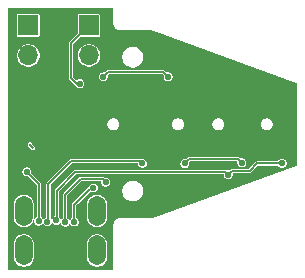
<source format=gbr>
%TF.GenerationSoftware,KiCad,Pcbnew,9.0.2*%
%TF.CreationDate,2025-09-24T14:10:20-04:00*%
%TF.ProjectId,auren-probe,61757265-6e2d-4707-926f-62652e6b6963,v2*%
%TF.SameCoordinates,Original*%
%TF.FileFunction,Copper,L2,Bot*%
%TF.FilePolarity,Positive*%
%FSLAX46Y46*%
G04 Gerber Fmt 4.6, Leading zero omitted, Abs format (unit mm)*
G04 Created by KiCad (PCBNEW 9.0.2) date 2025-09-24 14:10:20*
%MOMM*%
%LPD*%
G01*
G04 APERTURE LIST*
%TA.AperFunction,ComponentPad*%
%ADD10R,1.700000X1.700000*%
%TD*%
%TA.AperFunction,ComponentPad*%
%ADD11O,1.700000X1.700000*%
%TD*%
%TA.AperFunction,ComponentPad*%
%ADD12O,1.500000X2.550000*%
%TD*%
%TA.AperFunction,ViaPad*%
%ADD13C,0.558800*%
%TD*%
%TA.AperFunction,Conductor*%
%ADD14C,0.152400*%
%TD*%
G04 APERTURE END LIST*
D10*
%TO.P,J3,1,Pin_1*%
%TO.N,/SPK1+*%
X94327000Y-46003400D03*
D11*
%TO.P,J3,2,Pin_2*%
%TO.N,/SPK1-*%
X94327000Y-48543400D03*
%TD*%
D10*
%TO.P,J4,1,Pin_1*%
%TO.N,/SPK2+*%
X89204400Y-46000000D03*
D11*
%TO.P,J4,2,Pin_2*%
%TO.N,/SPK2-*%
X89204400Y-48540000D03*
%TD*%
D12*
%TO.P,J1,SH,Pin_20*%
%TO.N,GND*%
X88814000Y-61696400D03*
X88814000Y-65056400D03*
X95014000Y-61696400D03*
X95014000Y-65056400D03*
%TD*%
D13*
%TO.N,VDD*%
X108957400Y-58449400D03*
X93895200Y-62665800D03*
X101868200Y-51083400D03*
X96384400Y-51032600D03*
X105223600Y-57839800D03*
X88510400Y-59211400D03*
%TO.N,/CLK_1*%
X94708000Y-59744800D03*
X101032600Y-50346800D03*
X93082400Y-62640400D03*
X95546200Y-50346800D03*
%TO.N,/DAT_1*%
X95749400Y-59262200D03*
X92320400Y-62665800D03*
%TO.N,/SPK1+*%
X93565000Y-50931000D03*
%TO.N,/CLK_2*%
X106129400Y-58652600D03*
X110684600Y-57662000D03*
X91583800Y-62513400D03*
%TO.N,/DAT_2*%
X90821800Y-62615000D03*
X98860900Y-57674700D03*
%TO.N,/TP_2*%
X89069200Y-58398600D03*
X90085200Y-62564200D03*
%TO.N,Net-(MIC4-DATA)*%
X102455000Y-57687400D03*
X107281000Y-57636600D03*
%TD*%
D14*
%TO.N,/CLK_1*%
X100600800Y-49915000D02*
X95978000Y-49915000D01*
X101032600Y-50346800D02*
X100600800Y-49915000D01*
X94708000Y-59744800D02*
X94631800Y-59821000D01*
X94428600Y-59821000D02*
X93082400Y-61167200D01*
X94631800Y-59821000D02*
X94428600Y-59821000D01*
X93082400Y-61167200D02*
X93082400Y-62640400D01*
X95978000Y-49915000D02*
X95546200Y-50346800D01*
%TO.N,/DAT_1*%
X92304200Y-62419115D02*
X92320400Y-62435315D01*
X95724000Y-59236800D02*
X95495400Y-59008200D01*
X92320400Y-62435315D02*
X92320400Y-62665800D01*
X95724000Y-59287600D02*
X95724000Y-59236800D01*
X95495400Y-59008200D02*
X93631000Y-59008200D01*
X95749400Y-59262200D02*
X95724000Y-59287600D01*
X93631000Y-59008200D02*
X92304200Y-60335000D01*
X92304200Y-60335000D02*
X92304200Y-62419115D01*
%TO.N,/SPK1+*%
X93565000Y-50931000D02*
X93285600Y-50931000D01*
X92828400Y-47502000D02*
X94327000Y-46003400D01*
X92828400Y-50473800D02*
X92828400Y-47502000D01*
X93285600Y-50931000D02*
X92828400Y-50473800D01*
%TO.N,/CLK_2*%
X91604200Y-59985000D02*
X91604200Y-62493000D01*
X106129400Y-58652600D02*
X106485000Y-58297000D01*
X91604200Y-62493000D02*
X91583800Y-62513400D01*
X93190600Y-58398600D02*
X91604200Y-59985000D01*
X106485000Y-58297000D02*
X107966800Y-58297000D01*
X110659200Y-57687400D02*
X110684600Y-57662000D01*
X105875400Y-58398600D02*
X93190600Y-58398600D01*
X108576400Y-57687400D02*
X110659200Y-57687400D01*
X106129400Y-58652600D02*
X105875400Y-58398600D01*
X107966800Y-58297000D02*
X108576400Y-57687400D01*
%TO.N,/DAT_2*%
X92853800Y-57484200D02*
X90904200Y-59433800D01*
X90904200Y-62532600D02*
X90821800Y-62615000D01*
X90904200Y-59433800D02*
X90904200Y-62532600D01*
X98860900Y-57674700D02*
X98670400Y-57484200D01*
X98670400Y-57484200D02*
X92853800Y-57484200D01*
%TO.N,/TP_2*%
X90085200Y-62564200D02*
X90085200Y-59414600D01*
X90085200Y-59414600D02*
X89069200Y-58398600D01*
%TO.N,/TP_1*%
X89323200Y-56110400D02*
X89323200Y-56036400D01*
X89577200Y-56364400D02*
X89323200Y-56110400D01*
%TO.N,Net-(MIC4-DATA)*%
X106950800Y-57306400D02*
X102836000Y-57306400D01*
X107281000Y-57636600D02*
X106950800Y-57306400D01*
X102836000Y-57306400D02*
X102455000Y-57687400D01*
%TD*%
%TA.AperFunction,Conductor*%
%TO.N,VDD*%
G36*
X96369314Y-44525080D02*
G01*
X96383900Y-44560294D01*
X96383900Y-45790092D01*
X96383906Y-45790122D01*
X96383906Y-45851597D01*
X96415772Y-45991219D01*
X96425879Y-46012206D01*
X96427906Y-46016416D01*
X96429977Y-46024143D01*
X96439926Y-46041376D01*
X96440738Y-46043061D01*
X96477903Y-46120238D01*
X96477905Y-46120240D01*
X96505271Y-46154556D01*
X96513251Y-46168378D01*
X96528274Y-46183401D01*
X96530018Y-46185588D01*
X96567190Y-46232201D01*
X96567191Y-46232202D01*
X96567193Y-46232204D01*
X96615997Y-46271124D01*
X96631018Y-46286146D01*
X96644840Y-46294126D01*
X96679156Y-46321492D01*
X96758019Y-46359470D01*
X96775253Y-46369421D01*
X96782980Y-46371491D01*
X96808181Y-46383627D01*
X96947794Y-46415493D01*
X96947795Y-46415494D01*
X96947797Y-46415494D01*
X97019193Y-46415494D01*
X99573249Y-46415494D01*
X99576137Y-46415578D01*
X99582178Y-46415928D01*
X99645309Y-46419597D01*
X99651017Y-46420262D01*
X99717843Y-46432019D01*
X99723462Y-46433347D01*
X99789901Y-46453193D01*
X99792657Y-46454106D01*
X99815855Y-46462547D01*
X99816040Y-46462594D01*
X111895895Y-50848433D01*
X111924017Y-50874161D01*
X111928700Y-50895243D01*
X111928700Y-57824755D01*
X111914114Y-57859969D01*
X111895895Y-57871565D01*
X99792593Y-62265916D01*
X99789847Y-62266824D01*
X99723463Y-62286647D01*
X99717840Y-62287976D01*
X99651035Y-62299725D01*
X99645297Y-62300394D01*
X99575962Y-62304422D01*
X99573074Y-62304506D01*
X97040032Y-62304506D01*
X97040018Y-62304500D01*
X97019398Y-62304500D01*
X96947794Y-62304500D01*
X96947792Y-62304500D01*
X96808180Y-62336366D01*
X96808174Y-62336369D01*
X96787126Y-62346502D01*
X96787127Y-62346503D01*
X96782912Y-62348532D01*
X96775253Y-62350585D01*
X96758165Y-62360450D01*
X96756464Y-62361270D01*
X96679149Y-62398504D01*
X96647695Y-62423586D01*
X96647696Y-62423587D01*
X96644771Y-62425919D01*
X96631020Y-62433859D01*
X96616064Y-62448814D01*
X96613880Y-62450557D01*
X96613878Y-62450557D01*
X96613878Y-62450558D01*
X96567188Y-62487792D01*
X96567187Y-62487793D01*
X96529951Y-62534485D01*
X96528199Y-62536681D01*
X96513255Y-62551626D01*
X96505320Y-62565369D01*
X96502988Y-62568294D01*
X96502986Y-62568298D01*
X96477898Y-62599760D01*
X96440666Y-62677074D01*
X96440666Y-62677075D01*
X96439851Y-62678766D01*
X96429982Y-62695861D01*
X96427929Y-62703520D01*
X96425902Y-62707731D01*
X96415766Y-62728780D01*
X96415765Y-62728783D01*
X96415765Y-62728784D01*
X96396532Y-62813057D01*
X96383900Y-62868403D01*
X96383900Y-66699706D01*
X96369314Y-66734920D01*
X96334100Y-66749506D01*
X87544700Y-66749506D01*
X87509486Y-66734920D01*
X87494900Y-66699706D01*
X87494900Y-64447472D01*
X87961900Y-64447472D01*
X87961900Y-65665327D01*
X87994643Y-65829938D01*
X87994645Y-65829944D01*
X87994646Y-65829948D01*
X87994648Y-65829952D01*
X88058877Y-65985017D01*
X88058878Y-65985019D01*
X88152127Y-66124578D01*
X88270821Y-66243272D01*
X88354327Y-66299068D01*
X88410379Y-66336521D01*
X88565452Y-66400754D01*
X88565459Y-66400755D01*
X88565461Y-66400756D01*
X88621787Y-66411960D01*
X88730075Y-66433500D01*
X88730080Y-66433500D01*
X88897920Y-66433500D01*
X88897925Y-66433500D01*
X89062548Y-66400754D01*
X89217621Y-66336521D01*
X89357182Y-66243269D01*
X89475869Y-66124582D01*
X89569121Y-65985021D01*
X89633354Y-65829948D01*
X89666100Y-65665325D01*
X89666100Y-64447475D01*
X89666099Y-64447472D01*
X94161900Y-64447472D01*
X94161900Y-65665327D01*
X94194643Y-65829938D01*
X94194645Y-65829944D01*
X94194646Y-65829948D01*
X94194648Y-65829952D01*
X94258877Y-65985017D01*
X94258878Y-65985019D01*
X94352127Y-66124578D01*
X94470821Y-66243272D01*
X94554327Y-66299068D01*
X94610379Y-66336521D01*
X94765452Y-66400754D01*
X94765459Y-66400755D01*
X94765461Y-66400756D01*
X94821787Y-66411960D01*
X94930075Y-66433500D01*
X94930080Y-66433500D01*
X95097920Y-66433500D01*
X95097925Y-66433500D01*
X95262548Y-66400754D01*
X95417621Y-66336521D01*
X95557182Y-66243269D01*
X95675869Y-66124582D01*
X95769121Y-65985021D01*
X95833354Y-65829948D01*
X95866100Y-65665325D01*
X95866100Y-64447475D01*
X95833354Y-64282852D01*
X95769121Y-64127779D01*
X95731668Y-64071727D01*
X95675872Y-63988221D01*
X95557178Y-63869527D01*
X95445835Y-63795131D01*
X95417621Y-63776279D01*
X95417619Y-63776278D01*
X95417617Y-63776277D01*
X95340084Y-63744162D01*
X95262548Y-63712046D01*
X95262544Y-63712045D01*
X95262538Y-63712043D01*
X95097927Y-63679300D01*
X95097925Y-63679300D01*
X94930075Y-63679300D01*
X94930072Y-63679300D01*
X94765461Y-63712043D01*
X94765453Y-63712045D01*
X94765452Y-63712046D01*
X94765448Y-63712047D01*
X94765447Y-63712048D01*
X94610382Y-63776277D01*
X94610380Y-63776278D01*
X94470821Y-63869527D01*
X94470819Y-63869530D01*
X94352130Y-63988219D01*
X94352127Y-63988221D01*
X94258878Y-64127780D01*
X94258877Y-64127782D01*
X94194648Y-64282847D01*
X94194643Y-64282861D01*
X94161900Y-64447472D01*
X89666099Y-64447472D01*
X89633354Y-64282852D01*
X89569121Y-64127779D01*
X89531668Y-64071727D01*
X89475872Y-63988221D01*
X89357178Y-63869527D01*
X89245835Y-63795131D01*
X89217621Y-63776279D01*
X89217619Y-63776278D01*
X89217617Y-63776277D01*
X89140084Y-63744162D01*
X89062548Y-63712046D01*
X89062544Y-63712045D01*
X89062538Y-63712043D01*
X88897927Y-63679300D01*
X88897925Y-63679300D01*
X88730075Y-63679300D01*
X88730072Y-63679300D01*
X88565461Y-63712043D01*
X88565453Y-63712045D01*
X88565452Y-63712046D01*
X88565448Y-63712047D01*
X88565447Y-63712048D01*
X88410382Y-63776277D01*
X88410380Y-63776278D01*
X88270821Y-63869527D01*
X88270819Y-63869530D01*
X88152130Y-63988219D01*
X88152127Y-63988221D01*
X88058878Y-64127780D01*
X88058877Y-64127782D01*
X87994648Y-64282847D01*
X87994643Y-64282861D01*
X87961900Y-64447472D01*
X87494900Y-64447472D01*
X87494900Y-61087472D01*
X87961900Y-61087472D01*
X87961900Y-62305327D01*
X87994643Y-62469938D01*
X87994645Y-62469944D01*
X87994646Y-62469948D01*
X88014488Y-62517851D01*
X88058877Y-62625017D01*
X88058878Y-62625019D01*
X88152127Y-62764578D01*
X88270821Y-62883272D01*
X88354327Y-62939068D01*
X88410379Y-62976521D01*
X88565452Y-63040754D01*
X88565459Y-63040755D01*
X88565461Y-63040756D01*
X88621787Y-63051960D01*
X88730075Y-63073500D01*
X88730080Y-63073500D01*
X88897920Y-63073500D01*
X88897925Y-63073500D01*
X89062548Y-63040754D01*
X89217621Y-62976521D01*
X89357182Y-62883269D01*
X89475869Y-62764582D01*
X89569121Y-62625021D01*
X89607891Y-62531420D01*
X89634842Y-62504469D01*
X89672957Y-62504469D01*
X89699909Y-62531420D01*
X89703700Y-62550478D01*
X89703700Y-62614426D01*
X89729697Y-62711449D01*
X89729698Y-62711451D01*
X89729699Y-62711454D01*
X89744245Y-62736648D01*
X89774693Y-62789388D01*
X89779924Y-62798447D01*
X89850953Y-62869476D01*
X89937946Y-62919701D01*
X90034975Y-62945700D01*
X90135425Y-62945700D01*
X90232454Y-62919701D01*
X90319447Y-62869476D01*
X90390476Y-62798447D01*
X90395707Y-62789386D01*
X90425942Y-62766183D01*
X90463732Y-62771155D01*
X90481963Y-62789385D01*
X90505924Y-62830888D01*
X90516524Y-62849247D01*
X90587553Y-62920276D01*
X90674546Y-62970501D01*
X90771575Y-62996500D01*
X90872025Y-62996500D01*
X90969054Y-62970501D01*
X91056047Y-62920276D01*
X91127076Y-62849247D01*
X91177301Y-62762254D01*
X91180943Y-62748660D01*
X91204145Y-62718421D01*
X91241934Y-62713446D01*
X91272173Y-62736647D01*
X91278524Y-62747647D01*
X91349553Y-62818676D01*
X91436546Y-62868901D01*
X91533575Y-62894900D01*
X91634025Y-62894900D01*
X91731054Y-62868901D01*
X91818047Y-62818676D01*
X91874062Y-62762660D01*
X91909275Y-62748075D01*
X91944489Y-62762661D01*
X91957377Y-62784984D01*
X91964899Y-62813054D01*
X91975196Y-62830889D01*
X92015122Y-62900045D01*
X92015124Y-62900047D01*
X92086153Y-62971076D01*
X92173146Y-63021301D01*
X92270175Y-63047300D01*
X92370625Y-63047300D01*
X92467654Y-63021301D01*
X92554647Y-62971076D01*
X92625676Y-62900047D01*
X92665604Y-62830888D01*
X92695842Y-62807685D01*
X92733631Y-62812660D01*
X92751860Y-62830888D01*
X92774138Y-62869476D01*
X92777124Y-62874647D01*
X92848153Y-62945676D01*
X92935146Y-62995901D01*
X93032175Y-63021900D01*
X93132625Y-63021900D01*
X93229654Y-62995901D01*
X93316647Y-62945676D01*
X93387676Y-62874647D01*
X93437901Y-62787654D01*
X93463900Y-62690625D01*
X93463900Y-62590175D01*
X93437901Y-62493146D01*
X93387676Y-62406153D01*
X93316647Y-62335124D01*
X93285599Y-62317198D01*
X93262397Y-62286958D01*
X93260700Y-62274070D01*
X93260700Y-61261681D01*
X93275285Y-61226468D01*
X93414281Y-61087472D01*
X94161900Y-61087472D01*
X94161900Y-62305327D01*
X94194643Y-62469938D01*
X94194645Y-62469944D01*
X94194646Y-62469948D01*
X94214488Y-62517851D01*
X94258877Y-62625017D01*
X94258878Y-62625019D01*
X94352127Y-62764578D01*
X94470821Y-62883272D01*
X94554327Y-62939068D01*
X94610379Y-62976521D01*
X94765452Y-63040754D01*
X94765459Y-63040755D01*
X94765461Y-63040756D01*
X94821787Y-63051960D01*
X94930075Y-63073500D01*
X94930080Y-63073500D01*
X95097920Y-63073500D01*
X95097925Y-63073500D01*
X95262548Y-63040754D01*
X95417621Y-62976521D01*
X95557182Y-62883269D01*
X95675869Y-62764582D01*
X95769121Y-62625021D01*
X95833354Y-62469948D01*
X95866100Y-62305325D01*
X95866100Y-61087475D01*
X95833354Y-60922852D01*
X95769121Y-60767779D01*
X95727499Y-60705488D01*
X95675872Y-60628221D01*
X95557178Y-60509527D01*
X95445835Y-60435131D01*
X95417621Y-60416279D01*
X95417619Y-60416278D01*
X95417617Y-60416277D01*
X95340084Y-60384162D01*
X95262548Y-60352046D01*
X95262544Y-60352045D01*
X95262538Y-60352043D01*
X95097927Y-60319300D01*
X95097925Y-60319300D01*
X94930075Y-60319300D01*
X94930072Y-60319300D01*
X94765461Y-60352043D01*
X94765453Y-60352045D01*
X94765452Y-60352046D01*
X94765448Y-60352047D01*
X94765447Y-60352048D01*
X94610382Y-60416277D01*
X94610380Y-60416278D01*
X94470821Y-60509527D01*
X94470819Y-60509530D01*
X94352130Y-60628219D01*
X94352127Y-60628221D01*
X94258878Y-60767780D01*
X94258877Y-60767782D01*
X94194648Y-60922847D01*
X94194643Y-60922861D01*
X94161900Y-61087472D01*
X93414281Y-61087472D01*
X94432737Y-60069015D01*
X94467950Y-60054430D01*
X94492850Y-60061102D01*
X94506558Y-60069016D01*
X94560746Y-60100301D01*
X94657775Y-60126300D01*
X94758225Y-60126300D01*
X94855254Y-60100301D01*
X94942247Y-60050076D01*
X95013276Y-59979047D01*
X95037084Y-59937810D01*
X97158300Y-59937810D01*
X97158300Y-60110589D01*
X97192003Y-60280031D01*
X97192006Y-60280041D01*
X97258123Y-60439662D01*
X97354108Y-60583315D01*
X97476284Y-60705491D01*
X97562241Y-60762924D01*
X97619937Y-60801476D01*
X97779559Y-60867594D01*
X97779565Y-60867595D01*
X97779568Y-60867596D01*
X97837555Y-60879130D01*
X97949013Y-60901300D01*
X97949017Y-60901300D01*
X98121783Y-60901300D01*
X98121787Y-60901300D01*
X98291241Y-60867594D01*
X98450863Y-60801476D01*
X98594519Y-60705488D01*
X98716688Y-60583319D01*
X98812676Y-60439663D01*
X98878794Y-60280041D01*
X98912500Y-60110587D01*
X98912500Y-59937813D01*
X98878794Y-59768359D01*
X98812676Y-59608737D01*
X98805196Y-59597542D01*
X98716691Y-59465084D01*
X98594515Y-59342908D01*
X98475588Y-59263445D01*
X98450863Y-59246924D01*
X98450861Y-59246923D01*
X98450862Y-59246923D01*
X98291241Y-59180806D01*
X98291231Y-59180803D01*
X98121789Y-59147100D01*
X98121787Y-59147100D01*
X97949013Y-59147100D01*
X97949010Y-59147100D01*
X97779568Y-59180803D01*
X97779558Y-59180806D01*
X97619937Y-59246923D01*
X97476284Y-59342908D01*
X97476282Y-59342911D01*
X97354111Y-59465082D01*
X97354108Y-59465084D01*
X97258123Y-59608737D01*
X97192006Y-59768358D01*
X97192003Y-59768368D01*
X97158300Y-59937810D01*
X95037084Y-59937810D01*
X95063501Y-59892054D01*
X95089500Y-59795025D01*
X95089500Y-59694575D01*
X95063501Y-59597546D01*
X95013276Y-59510553D01*
X94942247Y-59439524D01*
X94942246Y-59439523D01*
X94855257Y-59389301D01*
X94855254Y-59389299D01*
X94855251Y-59389298D01*
X94855249Y-59389297D01*
X94758226Y-59363300D01*
X94758225Y-59363300D01*
X94657775Y-59363300D01*
X94657773Y-59363300D01*
X94560750Y-59389297D01*
X94560742Y-59389301D01*
X94473753Y-59439523D01*
X94402723Y-59510553D01*
X94352501Y-59597542D01*
X94352498Y-59597549D01*
X94338601Y-59649410D01*
X94325712Y-59671734D01*
X92931245Y-61066200D01*
X92904100Y-61131733D01*
X92904100Y-62274070D01*
X92889514Y-62309284D01*
X92879201Y-62317198D01*
X92848152Y-62335124D01*
X92777123Y-62406153D01*
X92737195Y-62475311D01*
X92706956Y-62498514D01*
X92669167Y-62493539D01*
X92650939Y-62475310D01*
X92625677Y-62431554D01*
X92554646Y-62360523D01*
X92507400Y-62333245D01*
X92484197Y-62303006D01*
X92482500Y-62290117D01*
X92482500Y-60429482D01*
X92497086Y-60394268D01*
X93690269Y-59201086D01*
X93725483Y-59186500D01*
X95318100Y-59186500D01*
X95353314Y-59201086D01*
X95367900Y-59236300D01*
X95367900Y-59312426D01*
X95393897Y-59409449D01*
X95393901Y-59409457D01*
X95426015Y-59465082D01*
X95444124Y-59496447D01*
X95515153Y-59567476D01*
X95602146Y-59617701D01*
X95699175Y-59643700D01*
X95799625Y-59643700D01*
X95896654Y-59617701D01*
X95983647Y-59567476D01*
X96054676Y-59496447D01*
X96104901Y-59409454D01*
X96130900Y-59312425D01*
X96130900Y-59211975D01*
X96104901Y-59114946D01*
X96054676Y-59027953D01*
X95983647Y-58956924D01*
X95983646Y-58956923D01*
X95896657Y-58906701D01*
X95896654Y-58906699D01*
X95896651Y-58906698D01*
X95896649Y-58906697D01*
X95799626Y-58880700D01*
X95799625Y-58880700D01*
X95699175Y-58880700D01*
X95699171Y-58880700D01*
X95664545Y-58889978D01*
X95626756Y-58885003D01*
X95616443Y-58877089D01*
X95596399Y-58857045D01*
X95596394Y-58857043D01*
X95530866Y-58829900D01*
X93595534Y-58829900D01*
X93576340Y-58837850D01*
X93530001Y-58857043D01*
X92203201Y-60183845D01*
X92153045Y-60234000D01*
X92125900Y-60299533D01*
X92125900Y-62308823D01*
X92111314Y-62344037D01*
X92101002Y-62351950D01*
X92086153Y-62360523D01*
X92030138Y-62416538D01*
X91994924Y-62431124D01*
X91959710Y-62416538D01*
X91946822Y-62394214D01*
X91939301Y-62366146D01*
X91889076Y-62279153D01*
X91818047Y-62208124D01*
X91818046Y-62208123D01*
X91807398Y-62201975D01*
X91784196Y-62171735D01*
X91782500Y-62158848D01*
X91782500Y-60079482D01*
X91797086Y-60044268D01*
X93249868Y-58591486D01*
X93285082Y-58576900D01*
X105698100Y-58576900D01*
X105733314Y-58591486D01*
X105747900Y-58626700D01*
X105747900Y-58702826D01*
X105773897Y-58799849D01*
X105773898Y-58799851D01*
X105773899Y-58799854D01*
X105824124Y-58886847D01*
X105895153Y-58957876D01*
X105982146Y-59008101D01*
X106079175Y-59034100D01*
X106179625Y-59034100D01*
X106276654Y-59008101D01*
X106363647Y-58957876D01*
X106434676Y-58886847D01*
X106484901Y-58799854D01*
X106510900Y-58702825D01*
X106510900Y-58602375D01*
X106501621Y-58567746D01*
X106502499Y-58561074D01*
X106499924Y-58554856D01*
X106504899Y-58542845D01*
X106506596Y-58529958D01*
X106514511Y-58519642D01*
X106544269Y-58489885D01*
X106551628Y-58486837D01*
X106579482Y-58475300D01*
X108002264Y-58475300D01*
X108002266Y-58475300D01*
X108067799Y-58448155D01*
X108635669Y-57880286D01*
X108670883Y-57865700D01*
X110332936Y-57865700D01*
X110368150Y-57880286D01*
X110376064Y-57890601D01*
X110379324Y-57896247D01*
X110450353Y-57967276D01*
X110537346Y-58017501D01*
X110634375Y-58043500D01*
X110734825Y-58043500D01*
X110831854Y-58017501D01*
X110918847Y-57967276D01*
X110989876Y-57896247D01*
X111040101Y-57809254D01*
X111066100Y-57712225D01*
X111066100Y-57611775D01*
X111040101Y-57514746D01*
X110989876Y-57427753D01*
X110918847Y-57356724D01*
X110918846Y-57356723D01*
X110849826Y-57316875D01*
X110831854Y-57306499D01*
X110831851Y-57306498D01*
X110831849Y-57306497D01*
X110734826Y-57280500D01*
X110734825Y-57280500D01*
X110634375Y-57280500D01*
X110634373Y-57280500D01*
X110537350Y-57306497D01*
X110537342Y-57306501D01*
X110450353Y-57356723D01*
X110379323Y-57427753D01*
X110346735Y-57484200D01*
X110316497Y-57507403D01*
X110303607Y-57509100D01*
X108540934Y-57509100D01*
X108527304Y-57514746D01*
X108527303Y-57514746D01*
X108475401Y-57536243D01*
X107907532Y-58104114D01*
X107872318Y-58118700D01*
X106520465Y-58118700D01*
X106449534Y-58118700D01*
X106416767Y-58132272D01*
X106384000Y-58145845D01*
X106262355Y-58267489D01*
X106227141Y-58282075D01*
X106214252Y-58280378D01*
X106179626Y-58271100D01*
X106179625Y-58271100D01*
X106079175Y-58271100D01*
X106079171Y-58271100D01*
X106044545Y-58280378D01*
X106006756Y-58275403D01*
X105996443Y-58267489D01*
X105976399Y-58247445D01*
X105910866Y-58220300D01*
X93226065Y-58220300D01*
X93155134Y-58220300D01*
X93122367Y-58233872D01*
X93089600Y-58247445D01*
X91453045Y-59884000D01*
X91425900Y-59949533D01*
X91425900Y-62135292D01*
X91411314Y-62170506D01*
X91401001Y-62178420D01*
X91349552Y-62208124D01*
X91278523Y-62279153D01*
X91228301Y-62366142D01*
X91228296Y-62366152D01*
X91224655Y-62379742D01*
X91201451Y-62409979D01*
X91163661Y-62414952D01*
X91138844Y-62399378D01*
X91135774Y-62395820D01*
X91127076Y-62380753D01*
X91095790Y-62349467D01*
X91094591Y-62348077D01*
X91089144Y-62331590D01*
X91082500Y-62315549D01*
X91082500Y-59528282D01*
X91097086Y-59493068D01*
X92913069Y-57677086D01*
X92948283Y-57662500D01*
X98429600Y-57662500D01*
X98464814Y-57677086D01*
X98479400Y-57712300D01*
X98479400Y-57724926D01*
X98505397Y-57821949D01*
X98505398Y-57821951D01*
X98505399Y-57821954D01*
X98512731Y-57834654D01*
X98548291Y-57896247D01*
X98555624Y-57908947D01*
X98626653Y-57979976D01*
X98713646Y-58030201D01*
X98810675Y-58056200D01*
X98911125Y-58056200D01*
X99008154Y-58030201D01*
X99095147Y-57979976D01*
X99166176Y-57908947D01*
X99216401Y-57821954D01*
X99242400Y-57724925D01*
X99242400Y-57637173D01*
X102073500Y-57637173D01*
X102073500Y-57737626D01*
X102099497Y-57834649D01*
X102099498Y-57834651D01*
X102099499Y-57834654D01*
X102114150Y-57860030D01*
X102142391Y-57908947D01*
X102149724Y-57921647D01*
X102220753Y-57992676D01*
X102307746Y-58042901D01*
X102404775Y-58068900D01*
X102505225Y-58068900D01*
X102602254Y-58042901D01*
X102689247Y-57992676D01*
X102760276Y-57921647D01*
X102810501Y-57834654D01*
X102836500Y-57737625D01*
X102836500Y-57637175D01*
X102836499Y-57637173D01*
X102827221Y-57602547D01*
X102828099Y-57595874D01*
X102825524Y-57589657D01*
X102830499Y-57577645D01*
X102832196Y-57564758D01*
X102840110Y-57554443D01*
X102867104Y-57527450D01*
X102895268Y-57499286D01*
X102930482Y-57484700D01*
X106856318Y-57484700D01*
X106891532Y-57499286D01*
X106895889Y-57503643D01*
X106910475Y-57538857D01*
X106908778Y-57551745D01*
X106899500Y-57586371D01*
X106899500Y-57686826D01*
X106925497Y-57783849D01*
X106925501Y-57783857D01*
X106969753Y-57860506D01*
X106975724Y-57870847D01*
X107046753Y-57941876D01*
X107133746Y-57992101D01*
X107230775Y-58018100D01*
X107331225Y-58018100D01*
X107428254Y-57992101D01*
X107515247Y-57941876D01*
X107586276Y-57870847D01*
X107636501Y-57783854D01*
X107662500Y-57686825D01*
X107662500Y-57586375D01*
X107636501Y-57489346D01*
X107586276Y-57402353D01*
X107515247Y-57331324D01*
X107515246Y-57331323D01*
X107428257Y-57281101D01*
X107428254Y-57281099D01*
X107428251Y-57281098D01*
X107428249Y-57281097D01*
X107331226Y-57255100D01*
X107331225Y-57255100D01*
X107230775Y-57255100D01*
X107230771Y-57255100D01*
X107196145Y-57264378D01*
X107158356Y-57259403D01*
X107148043Y-57251489D01*
X107051799Y-57155245D01*
X106986266Y-57128100D01*
X102871465Y-57128100D01*
X102800534Y-57128100D01*
X102767767Y-57141672D01*
X102735000Y-57155245D01*
X102587955Y-57302289D01*
X102552741Y-57316875D01*
X102539852Y-57315178D01*
X102505226Y-57305900D01*
X102505225Y-57305900D01*
X102404775Y-57305900D01*
X102404773Y-57305900D01*
X102307750Y-57331897D01*
X102307742Y-57331901D01*
X102220753Y-57382123D01*
X102149723Y-57453153D01*
X102099501Y-57540142D01*
X102099497Y-57540150D01*
X102073500Y-57637173D01*
X99242400Y-57637173D01*
X99242400Y-57624475D01*
X99216401Y-57527446D01*
X99166176Y-57440453D01*
X99095147Y-57369424D01*
X99095146Y-57369423D01*
X99029155Y-57331324D01*
X99008154Y-57319199D01*
X99008151Y-57319198D01*
X99008149Y-57319197D01*
X98911126Y-57293200D01*
X98911125Y-57293200D01*
X98810675Y-57293200D01*
X98810673Y-57293200D01*
X98744745Y-57310865D01*
X98712800Y-57308772D01*
X98705866Y-57305900D01*
X92818334Y-57305900D01*
X92799140Y-57313850D01*
X92752801Y-57333043D01*
X90803201Y-59282645D01*
X90753045Y-59332800D01*
X90725900Y-59398333D01*
X90725900Y-62207525D01*
X90711314Y-62242739D01*
X90688992Y-62255627D01*
X90674553Y-62259496D01*
X90674542Y-62259501D01*
X90587553Y-62309723D01*
X90516522Y-62380754D01*
X90511291Y-62389815D01*
X90481052Y-62413017D01*
X90443263Y-62408041D01*
X90425036Y-62389814D01*
X90420784Y-62382450D01*
X90390476Y-62329953D01*
X90319447Y-62258924D01*
X90288399Y-62240998D01*
X90265197Y-62210758D01*
X90263500Y-62197870D01*
X90263500Y-59379135D01*
X90263500Y-59379134D01*
X90236355Y-59313601D01*
X90186199Y-59263445D01*
X89454310Y-58531556D01*
X89439724Y-58496342D01*
X89441421Y-58483452D01*
X89443606Y-58475300D01*
X89450700Y-58448825D01*
X89450700Y-58348375D01*
X89424701Y-58251346D01*
X89374476Y-58164353D01*
X89303447Y-58093324D01*
X89303446Y-58093323D01*
X89239144Y-58056199D01*
X89216454Y-58043099D01*
X89216451Y-58043098D01*
X89216449Y-58043097D01*
X89119426Y-58017100D01*
X89119425Y-58017100D01*
X89018975Y-58017100D01*
X89018973Y-58017100D01*
X88921950Y-58043097D01*
X88921942Y-58043101D01*
X88834953Y-58093323D01*
X88763923Y-58164353D01*
X88713701Y-58251342D01*
X88713697Y-58251350D01*
X88687700Y-58348373D01*
X88687700Y-58448826D01*
X88713697Y-58545849D01*
X88713701Y-58545857D01*
X88746330Y-58602374D01*
X88763924Y-58632847D01*
X88834953Y-58703876D01*
X88921946Y-58754101D01*
X89018975Y-58780100D01*
X89119425Y-58780100D01*
X89154052Y-58770821D01*
X89191841Y-58775795D01*
X89202156Y-58783710D01*
X89892314Y-59473868D01*
X89906900Y-59509082D01*
X89906900Y-62197870D01*
X89892314Y-62233084D01*
X89882001Y-62240998D01*
X89850952Y-62258924D01*
X89779923Y-62329953D01*
X89749615Y-62382450D01*
X89719376Y-62405653D01*
X89681587Y-62400678D01*
X89658384Y-62370439D01*
X89657644Y-62347834D01*
X89657909Y-62346502D01*
X89666100Y-62305325D01*
X89666100Y-61087475D01*
X89633354Y-60922852D01*
X89569121Y-60767779D01*
X89527499Y-60705488D01*
X89475872Y-60628221D01*
X89357178Y-60509527D01*
X89245835Y-60435131D01*
X89217621Y-60416279D01*
X89217619Y-60416278D01*
X89217617Y-60416277D01*
X89140084Y-60384162D01*
X89062548Y-60352046D01*
X89062544Y-60352045D01*
X89062538Y-60352043D01*
X88897927Y-60319300D01*
X88897925Y-60319300D01*
X88730075Y-60319300D01*
X88730072Y-60319300D01*
X88565461Y-60352043D01*
X88565453Y-60352045D01*
X88565452Y-60352046D01*
X88565448Y-60352047D01*
X88565447Y-60352048D01*
X88410382Y-60416277D01*
X88410380Y-60416278D01*
X88270821Y-60509527D01*
X88270819Y-60509530D01*
X88152130Y-60628219D01*
X88152127Y-60628221D01*
X88058878Y-60767780D01*
X88058877Y-60767782D01*
X87994648Y-60922847D01*
X87994643Y-60922861D01*
X87961900Y-61087472D01*
X87494900Y-61087472D01*
X87494900Y-56000934D01*
X89144900Y-56000934D01*
X89144900Y-56074934D01*
X89144900Y-56145866D01*
X89172045Y-56211399D01*
X89476201Y-56515555D01*
X89541734Y-56542700D01*
X89541736Y-56542700D01*
X89612663Y-56542700D01*
X89612665Y-56542700D01*
X89678199Y-56515555D01*
X89728355Y-56465399D01*
X89755500Y-56399865D01*
X89755500Y-56328934D01*
X89728355Y-56263401D01*
X89516086Y-56051132D01*
X89501500Y-56015918D01*
X89501500Y-56000935D01*
X89501500Y-56000934D01*
X89474355Y-55935401D01*
X89424199Y-55885245D01*
X89358666Y-55858100D01*
X89287734Y-55858100D01*
X89254967Y-55871672D01*
X89222200Y-55885245D01*
X89172045Y-55935400D01*
X89172045Y-55935401D01*
X89144900Y-56000934D01*
X87494900Y-56000934D01*
X87494900Y-54293895D01*
X95887300Y-54293895D01*
X95887300Y-54426104D01*
X95921515Y-54553799D01*
X95921516Y-54553801D01*
X95921517Y-54553804D01*
X95987620Y-54668297D01*
X96081103Y-54761780D01*
X96195596Y-54827883D01*
X96323297Y-54862100D01*
X96455503Y-54862100D01*
X96583204Y-54827883D01*
X96697697Y-54761780D01*
X96791180Y-54668297D01*
X96857283Y-54553804D01*
X96891500Y-54426103D01*
X96891500Y-54293897D01*
X96891499Y-54293895D01*
X101373700Y-54293895D01*
X101373700Y-54426104D01*
X101407915Y-54553799D01*
X101407916Y-54553801D01*
X101407917Y-54553804D01*
X101474020Y-54668297D01*
X101567503Y-54761780D01*
X101681996Y-54827883D01*
X101809697Y-54862100D01*
X101941903Y-54862100D01*
X102069604Y-54827883D01*
X102184097Y-54761780D01*
X102277580Y-54668297D01*
X102343683Y-54553804D01*
X102377900Y-54426103D01*
X102377900Y-54293897D01*
X102377899Y-54293895D01*
X104777300Y-54293895D01*
X104777300Y-54426104D01*
X104811515Y-54553799D01*
X104811516Y-54553801D01*
X104811517Y-54553804D01*
X104877620Y-54668297D01*
X104971103Y-54761780D01*
X105085596Y-54827883D01*
X105213297Y-54862100D01*
X105345503Y-54862100D01*
X105473204Y-54827883D01*
X105587697Y-54761780D01*
X105681180Y-54668297D01*
X105747283Y-54553804D01*
X105781500Y-54426103D01*
X105781500Y-54293897D01*
X105781499Y-54293895D01*
X108892100Y-54293895D01*
X108892100Y-54426104D01*
X108926315Y-54553799D01*
X108926316Y-54553801D01*
X108926317Y-54553804D01*
X108992420Y-54668297D01*
X109085903Y-54761780D01*
X109200396Y-54827883D01*
X109328097Y-54862100D01*
X109460303Y-54862100D01*
X109588004Y-54827883D01*
X109702497Y-54761780D01*
X109795980Y-54668297D01*
X109862083Y-54553804D01*
X109896300Y-54426103D01*
X109896300Y-54293897D01*
X109862083Y-54166196D01*
X109795980Y-54051703D01*
X109702497Y-53958220D01*
X109702496Y-53958219D01*
X109588007Y-53892119D01*
X109588004Y-53892117D01*
X109588001Y-53892116D01*
X109587999Y-53892115D01*
X109460304Y-53857900D01*
X109460303Y-53857900D01*
X109328097Y-53857900D01*
X109328095Y-53857900D01*
X109200400Y-53892115D01*
X109200392Y-53892119D01*
X109085903Y-53958219D01*
X108992419Y-54051703D01*
X108926319Y-54166192D01*
X108926315Y-54166200D01*
X108892100Y-54293895D01*
X105781499Y-54293895D01*
X105747283Y-54166196D01*
X105681180Y-54051703D01*
X105587697Y-53958220D01*
X105587696Y-53958219D01*
X105473207Y-53892119D01*
X105473204Y-53892117D01*
X105473201Y-53892116D01*
X105473199Y-53892115D01*
X105345504Y-53857900D01*
X105345503Y-53857900D01*
X105213297Y-53857900D01*
X105213295Y-53857900D01*
X105085600Y-53892115D01*
X105085592Y-53892119D01*
X104971103Y-53958219D01*
X104877619Y-54051703D01*
X104811519Y-54166192D01*
X104811515Y-54166200D01*
X104777300Y-54293895D01*
X102377899Y-54293895D01*
X102343683Y-54166196D01*
X102277580Y-54051703D01*
X102184097Y-53958220D01*
X102184096Y-53958219D01*
X102069607Y-53892119D01*
X102069604Y-53892117D01*
X102069601Y-53892116D01*
X102069599Y-53892115D01*
X101941904Y-53857900D01*
X101941903Y-53857900D01*
X101809697Y-53857900D01*
X101809695Y-53857900D01*
X101682000Y-53892115D01*
X101681992Y-53892119D01*
X101567503Y-53958219D01*
X101474019Y-54051703D01*
X101407919Y-54166192D01*
X101407915Y-54166200D01*
X101373700Y-54293895D01*
X96891499Y-54293895D01*
X96857283Y-54166196D01*
X96791180Y-54051703D01*
X96697697Y-53958220D01*
X96697696Y-53958219D01*
X96583207Y-53892119D01*
X96583204Y-53892117D01*
X96583201Y-53892116D01*
X96583199Y-53892115D01*
X96455504Y-53857900D01*
X96455503Y-53857900D01*
X96323297Y-53857900D01*
X96323295Y-53857900D01*
X96195600Y-53892115D01*
X96195592Y-53892119D01*
X96081103Y-53958219D01*
X95987619Y-54051703D01*
X95921519Y-54166192D01*
X95921515Y-54166200D01*
X95887300Y-54293895D01*
X87494900Y-54293895D01*
X87494900Y-48446223D01*
X88252300Y-48446223D01*
X88252300Y-48633776D01*
X88288885Y-48817707D01*
X88288888Y-48817717D01*
X88360659Y-48990988D01*
X88464851Y-49146924D01*
X88597475Y-49279548D01*
X88690782Y-49341892D01*
X88753411Y-49383740D01*
X88926683Y-49455512D01*
X88926689Y-49455513D01*
X88926692Y-49455514D01*
X88989638Y-49468034D01*
X89110626Y-49492100D01*
X89110630Y-49492100D01*
X89298170Y-49492100D01*
X89298174Y-49492100D01*
X89482117Y-49455512D01*
X89655389Y-49383740D01*
X89811328Y-49279545D01*
X89943945Y-49146928D01*
X90048140Y-48990989D01*
X90119912Y-48817717D01*
X90156500Y-48633774D01*
X90156500Y-48446226D01*
X90119912Y-48262283D01*
X90048140Y-48089011D01*
X89943948Y-47933075D01*
X89811324Y-47800451D01*
X89660476Y-47699659D01*
X89655389Y-47696260D01*
X89655387Y-47696259D01*
X89655388Y-47696259D01*
X89482117Y-47624488D01*
X89482107Y-47624485D01*
X89298176Y-47587900D01*
X89298174Y-47587900D01*
X89110626Y-47587900D01*
X89110623Y-47587900D01*
X88926692Y-47624485D01*
X88926682Y-47624488D01*
X88753411Y-47696259D01*
X88597475Y-47800451D01*
X88597473Y-47800454D01*
X88464854Y-47933073D01*
X88464851Y-47933075D01*
X88360659Y-48089011D01*
X88288888Y-48262282D01*
X88288885Y-48262292D01*
X88252300Y-48446223D01*
X87494900Y-48446223D01*
X87494900Y-47466534D01*
X92650100Y-47466534D01*
X92650100Y-50438334D01*
X92650100Y-50509266D01*
X92677245Y-50574799D01*
X93134445Y-51031999D01*
X93184601Y-51082155D01*
X93204666Y-51090466D01*
X93228735Y-51111573D01*
X93259724Y-51165247D01*
X93330753Y-51236276D01*
X93417746Y-51286501D01*
X93514775Y-51312500D01*
X93615225Y-51312500D01*
X93712254Y-51286501D01*
X93799247Y-51236276D01*
X93870276Y-51165247D01*
X93920501Y-51078254D01*
X93946500Y-50981225D01*
X93946500Y-50880775D01*
X93920501Y-50783746D01*
X93870276Y-50696753D01*
X93799247Y-50625724D01*
X93799246Y-50625723D01*
X93746009Y-50594987D01*
X93712254Y-50575499D01*
X93712251Y-50575498D01*
X93712249Y-50575497D01*
X93615226Y-50549500D01*
X93615225Y-50549500D01*
X93514775Y-50549500D01*
X93514773Y-50549500D01*
X93417750Y-50575497D01*
X93417742Y-50575501D01*
X93330753Y-50625723D01*
X93316828Y-50639648D01*
X93281613Y-50654233D01*
X93246401Y-50639647D01*
X93021286Y-50414532D01*
X93006700Y-50379318D01*
X93006700Y-50296573D01*
X95164700Y-50296573D01*
X95164700Y-50397026D01*
X95190697Y-50494049D01*
X95190701Y-50494057D01*
X95237719Y-50575497D01*
X95240924Y-50581047D01*
X95311953Y-50652076D01*
X95398946Y-50702301D01*
X95495975Y-50728300D01*
X95596425Y-50728300D01*
X95693454Y-50702301D01*
X95780447Y-50652076D01*
X95851476Y-50581047D01*
X95901701Y-50494054D01*
X95927700Y-50397025D01*
X95927700Y-50296575D01*
X95927699Y-50296573D01*
X95918421Y-50261947D01*
X95923396Y-50224158D01*
X95931310Y-50213843D01*
X96037268Y-50107886D01*
X96072482Y-50093300D01*
X100506318Y-50093300D01*
X100541532Y-50107886D01*
X100647489Y-50213843D01*
X100662075Y-50249057D01*
X100660378Y-50261945D01*
X100651100Y-50296571D01*
X100651100Y-50397026D01*
X100677097Y-50494049D01*
X100677101Y-50494057D01*
X100724119Y-50575497D01*
X100727324Y-50581047D01*
X100798353Y-50652076D01*
X100885346Y-50702301D01*
X100982375Y-50728300D01*
X101082825Y-50728300D01*
X101179854Y-50702301D01*
X101266847Y-50652076D01*
X101337876Y-50581047D01*
X101388101Y-50494054D01*
X101414100Y-50397025D01*
X101414100Y-50296575D01*
X101388101Y-50199546D01*
X101337876Y-50112553D01*
X101266847Y-50041524D01*
X101266846Y-50041523D01*
X101179857Y-49991301D01*
X101179854Y-49991299D01*
X101179851Y-49991298D01*
X101179849Y-49991297D01*
X101082826Y-49965300D01*
X101082825Y-49965300D01*
X100982375Y-49965300D01*
X100982371Y-49965300D01*
X100947745Y-49974578D01*
X100909956Y-49969603D01*
X100899643Y-49961689D01*
X100701799Y-49763845D01*
X100636266Y-49736700D01*
X96013465Y-49736700D01*
X95942534Y-49736700D01*
X95909767Y-49750272D01*
X95877000Y-49763845D01*
X95679155Y-49961689D01*
X95643941Y-49976275D01*
X95631052Y-49974578D01*
X95596426Y-49965300D01*
X95596425Y-49965300D01*
X95495975Y-49965300D01*
X95495973Y-49965300D01*
X95398950Y-49991297D01*
X95398942Y-49991301D01*
X95311953Y-50041523D01*
X95240923Y-50112553D01*
X95190701Y-50199542D01*
X95190697Y-50199550D01*
X95164700Y-50296573D01*
X93006700Y-50296573D01*
X93006700Y-48449623D01*
X93374900Y-48449623D01*
X93374900Y-48637176D01*
X93411485Y-48821107D01*
X93411488Y-48821117D01*
X93483259Y-48994388D01*
X93587451Y-49150324D01*
X93720075Y-49282948D01*
X93813382Y-49345292D01*
X93876011Y-49387140D01*
X94049283Y-49458912D01*
X94049289Y-49458913D01*
X94049292Y-49458914D01*
X94112238Y-49471434D01*
X94233226Y-49495500D01*
X94233230Y-49495500D01*
X94420770Y-49495500D01*
X94420774Y-49495500D01*
X94604717Y-49458912D01*
X94777989Y-49387140D01*
X94933928Y-49282945D01*
X95066545Y-49150328D01*
X95068818Y-49146927D01*
X95100804Y-49099055D01*
X95170740Y-48994389D01*
X95242512Y-48821117D01*
X95279100Y-48637174D01*
X95279100Y-48609410D01*
X97158300Y-48609410D01*
X97158300Y-48782189D01*
X97192003Y-48951631D01*
X97192006Y-48951641D01*
X97258123Y-49111262D01*
X97354108Y-49254915D01*
X97476284Y-49377091D01*
X97562241Y-49434524D01*
X97619937Y-49473076D01*
X97779559Y-49539194D01*
X97779565Y-49539195D01*
X97779568Y-49539196D01*
X97837555Y-49550730D01*
X97949013Y-49572900D01*
X97949017Y-49572900D01*
X98121783Y-49572900D01*
X98121787Y-49572900D01*
X98291241Y-49539194D01*
X98450863Y-49473076D01*
X98594519Y-49377088D01*
X98716688Y-49254919D01*
X98812676Y-49111263D01*
X98878794Y-48951641D01*
X98912500Y-48782187D01*
X98912500Y-48609413D01*
X98880716Y-48449623D01*
X98878796Y-48439968D01*
X98878795Y-48439965D01*
X98878794Y-48439959D01*
X98812676Y-48280337D01*
X98802891Y-48265692D01*
X98716691Y-48136684D01*
X98594515Y-48014508D01*
X98479905Y-47937929D01*
X98450863Y-47918524D01*
X98450861Y-47918523D01*
X98450862Y-47918523D01*
X98291241Y-47852406D01*
X98291231Y-47852403D01*
X98121789Y-47818700D01*
X98121787Y-47818700D01*
X97949013Y-47818700D01*
X97949010Y-47818700D01*
X97779568Y-47852403D01*
X97779558Y-47852406D01*
X97619937Y-47918523D01*
X97476284Y-48014508D01*
X97476282Y-48014511D01*
X97354111Y-48136682D01*
X97354108Y-48136684D01*
X97258123Y-48280337D01*
X97192006Y-48439958D01*
X97192003Y-48439968D01*
X97158300Y-48609410D01*
X95279100Y-48609410D01*
X95279100Y-48449626D01*
X95242512Y-48265683D01*
X95170740Y-48092411D01*
X95118687Y-48014508D01*
X95066548Y-47936475D01*
X94933924Y-47803851D01*
X94809514Y-47720724D01*
X94777989Y-47699660D01*
X94777987Y-47699659D01*
X94777988Y-47699659D01*
X94604717Y-47627888D01*
X94604707Y-47627885D01*
X94420776Y-47591300D01*
X94420774Y-47591300D01*
X94233226Y-47591300D01*
X94233223Y-47591300D01*
X94049292Y-47627885D01*
X94049282Y-47627888D01*
X93876011Y-47699659D01*
X93720075Y-47803851D01*
X93720073Y-47803854D01*
X93587454Y-47936473D01*
X93587451Y-47936475D01*
X93483259Y-48092411D01*
X93411488Y-48265682D01*
X93411485Y-48265692D01*
X93374900Y-48449623D01*
X93006700Y-48449623D01*
X93006700Y-47596481D01*
X93021285Y-47561268D01*
X93612468Y-46970084D01*
X93647682Y-46955499D01*
X95187053Y-46955499D01*
X95187054Y-46955499D01*
X95187055Y-46955498D01*
X95187063Y-46955498D01*
X95216835Y-46949577D01*
X95216837Y-46949576D01*
X95221924Y-46946177D01*
X95250610Y-46927010D01*
X95273176Y-46893237D01*
X95279100Y-46863455D01*
X95279099Y-45143346D01*
X95279099Y-45143345D01*
X95279098Y-45143336D01*
X95273177Y-45113564D01*
X95273176Y-45113562D01*
X95250611Y-45079791D01*
X95250607Y-45079788D01*
X95216837Y-45057224D01*
X95216834Y-45057223D01*
X95216836Y-45057223D01*
X95192978Y-45052478D01*
X95187055Y-45051300D01*
X95187054Y-45051300D01*
X93466946Y-45051300D01*
X93466936Y-45051301D01*
X93437164Y-45057222D01*
X93437162Y-45057223D01*
X93403391Y-45079788D01*
X93380823Y-45113564D01*
X93374900Y-45143342D01*
X93374900Y-46682717D01*
X93360314Y-46717931D01*
X92727401Y-47350845D01*
X92677245Y-47401000D01*
X92677245Y-47401001D01*
X92650100Y-47466534D01*
X87494900Y-47466534D01*
X87494900Y-45139942D01*
X88252300Y-45139942D01*
X88252300Y-46860053D01*
X88252301Y-46860063D01*
X88258222Y-46889835D01*
X88258223Y-46889837D01*
X88280788Y-46923608D01*
X88280789Y-46923608D01*
X88280790Y-46923610D01*
X88314563Y-46946176D01*
X88344345Y-46952100D01*
X90064454Y-46952099D01*
X90064455Y-46952098D01*
X90064463Y-46952098D01*
X90094235Y-46946177D01*
X90094237Y-46946176D01*
X90122921Y-46927010D01*
X90128010Y-46923610D01*
X90150576Y-46889837D01*
X90156500Y-46860055D01*
X90156499Y-45139946D01*
X90156499Y-45139945D01*
X90156498Y-45139936D01*
X90150577Y-45110164D01*
X90150576Y-45110162D01*
X90128011Y-45076391D01*
X90128007Y-45076388D01*
X90094237Y-45053824D01*
X90094234Y-45053823D01*
X90094236Y-45053823D01*
X90070378Y-45049078D01*
X90064455Y-45047900D01*
X90064454Y-45047900D01*
X88344346Y-45047900D01*
X88344336Y-45047901D01*
X88314564Y-45053822D01*
X88314562Y-45053823D01*
X88280791Y-45076388D01*
X88258223Y-45110164D01*
X88252300Y-45139942D01*
X87494900Y-45139942D01*
X87494900Y-44560294D01*
X87509486Y-44525080D01*
X87544700Y-44510494D01*
X96334100Y-44510494D01*
X96369314Y-44525080D01*
G37*
%TD.AperFunction*%
%TD*%
M02*

</source>
